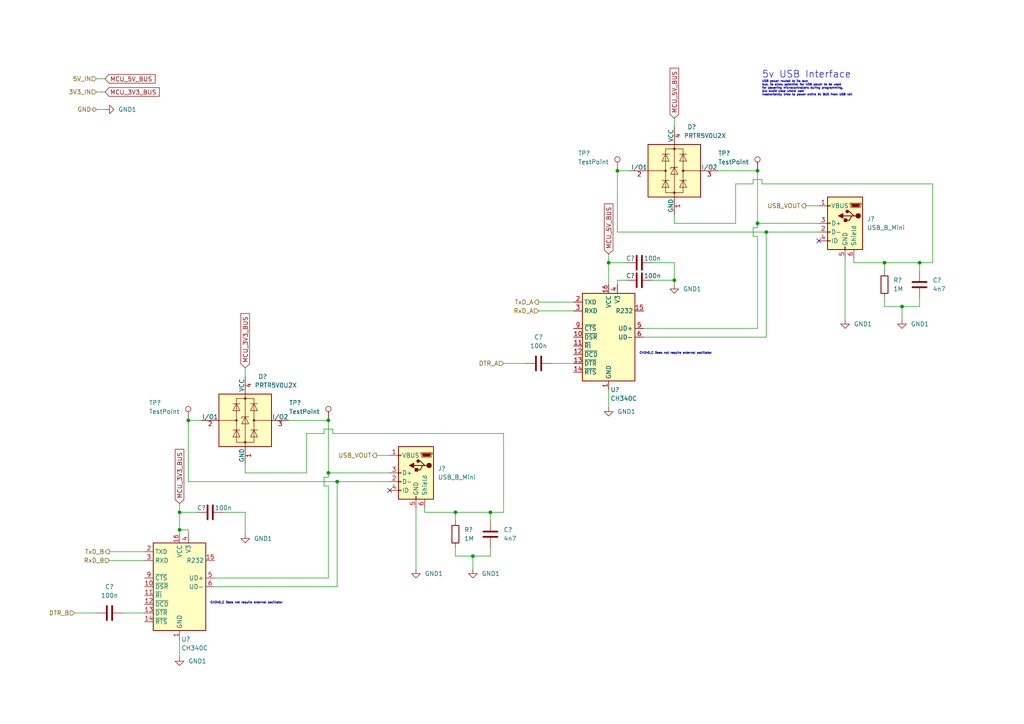
<source format=kicad_sch>
(kicad_sch (version 20211123) (generator eeschema)
  (paper "A4")
  (lib_symbols
    (symbol "000_Capacitor_film_immo:cap_film_0805" (pin_numbers hide) (pin_names (offset 0.254))
      (property "Reference" "C" (at 0.635 2.54 0))
      (property "Value" "cap_film_0805" (at 0.635 -2.54 0))
      (symbol "cap_film_0805_0_1"
        (polyline (pts (xy -2.032 -0.762) (xy 2.032 -0.762)) (stroke (width 0.508)))
        (polyline (pts (xy -2.032 0.762) (xy 2.032 0.762)) (stroke (width 0.508)))
      )
      (symbol "cap_film_0805_1_1"
        (pin passive line (at 0 3.81 270) (length 2.794) (name "~") (number "1"))
        (pin passive line (at 0 -3.81 90) (length 2.794) (name "~") (number "2"))
      )
    )
    (symbol "000_Resistors_Immo:Resistor_0805" (pin_numbers hide) (pin_names (offset 0))
      (property "Reference" "R?" (at 2.54 1.2701 0))
      (property "Value" "Resistor_0805" (at 2.54 -1.2699 0))
      (symbol "Resistor_0805_0_1"
        (rectangle (start -1.016 -2.54) (end 1.016 2.54) (stroke (width 0.254)))
      )
      (symbol "Resistor_0805_1_1"
        (pin passive line (at 0 3.81 270) (length 1.27) (name "~") (number "1"))
        (pin passive line (at 0 -3.81 90) (length 1.27) (name "~") (number "2"))
      )
    )
    (symbol "Connector:TestPoint" (pin_numbers hide) (pin_names (offset 0.762) hide)
      (property "Reference" "TP" (at 0 6.858 0))
      (property "Value" "TestPoint" (at 0 5.08 0))
      (symbol "TestPoint_0_1"
        (circle (center 0 3.302) (radius 0.762))
      )
      (symbol "TestPoint_1_1"
        (pin passive line (at 0 0 90) (length 2.54) (name "1") (number "1"))
      )
    )
    (symbol "Connector:USB_B_Mini" (pin_names (offset 1.016))
      (property "Reference" "J" (at -5.08 11.43 0))
      (property "Value" "USB_B_Mini" (at -5.08 8.89 0))
      (symbol "USB_B_Mini_0_1"
        (rectangle (start -5.08 -7.62) (end 5.08 7.62) (stroke (width 0.254)) (fill (type background)))
        (circle (center -3.81 2.159) (radius 0.635) (stroke (width 0.254)) (fill (type outline)))
        (circle (center -0.635 3.429) (radius 0.381) (stroke (width 0.254)) (fill (type outline)))
        (rectangle (start -0.127 -7.62) (end 0.127 -6.858))
        (polyline (pts (xy -1.905 2.159) (xy 0.635 2.159)) (stroke (width 0.254)))
        (polyline (pts (xy -3.175 2.159) (xy -2.54 2.159) (xy -1.27 3.429) (xy -0.635 3.429)) (stroke (width 0.254)))
        (polyline (pts (xy -2.54 2.159) (xy -1.905 2.159) (xy -1.27 0.889) (xy 0 0.889)) (stroke (width 0.254)))
        (polyline (pts (xy 0.635 2.794) (xy 0.635 1.524) (xy 1.905 2.159) (xy 0.635 2.794)) (stroke (width 0.254)) (fill (type outline)))
        (polyline (pts (xy -4.318 5.588) (xy -1.778 5.588) (xy -2.032 4.826) (xy -4.064 4.826) (xy -4.318 5.588)) (fill (type outline)))
        (polyline (pts (xy -4.699 5.842) (xy -4.699 5.588) (xy -4.445 4.826) (xy -4.445 4.572) (xy -1.651 4.572) (xy -1.651 4.826) (xy -1.397 5.588) (xy -1.397 5.842) (xy -4.699 5.842)))
        (rectangle (start 0.254 1.27) (end -0.508 0.508) (stroke (width 0.254)) (fill (type outline)))
        (rectangle (start 5.08 -5.207) (end 4.318 -4.953))
        (rectangle (start 5.08 -2.667) (end 4.318 -2.413))
        (rectangle (start 5.08 -0.127) (end 4.318 0.127))
        (rectangle (start 5.08 4.953) (end 4.318 5.207))
      )
      (symbol "USB_B_Mini_1_1"
        (pin power_out line (at 7.62 5.08 180) (length 2.54) (name "VBUS") (number "1"))
        (pin bidirectional line (at 7.62 -2.54 180) (length 2.54) (name "D-") (number "2"))
        (pin bidirectional line (at 7.62 0 180) (length 2.54) (name "D+") (number "3"))
        (pin passive line (at 7.62 -5.08 180) (length 2.54) (name "ID") (number "4"))
        (pin power_out line (at 0 -10.16 90) (length 2.54) (name "GND") (number "5"))
        (pin passive line (at -2.54 -10.16 90) (length 2.54) (name "Shield") (number "6"))
      )
    )
    (symbol "Interface_USB:CH340C"
      (property "Reference" "U" (at -5.08 13.97 0))
      (property "Value" "CH340C" (at 1.27 13.97 0))
      (symbol "CH340C_0_1"
        (rectangle (start -7.62 12.7) (end 7.62 -12.7) (stroke (width 0.254)) (fill (type background)))
      )
      (symbol "CH340C_1_1"
        (pin power_in line (at 0 -15.24 90) (length 2.54) (name "GND") (number "1"))
        (pin input line (at 10.16 0 180) (length 2.54) (name "~{DSR}") (number "10"))
        (pin input line (at 10.16 -2.54 180) (length 2.54) (name "~{RI}") (number "11"))
        (pin input line (at 10.16 -5.08 180) (length 2.54) (name "~{DCD}") (number "12"))
        (pin output line (at 10.16 -7.62 180) (length 2.54) (name "~{DTR}") (number "13"))
        (pin output line (at 10.16 -10.16 180) (length 2.54) (name "~{RTS}") (number "14"))
        (pin input line (at -10.16 7.62 0) (length 2.54) (name "R232") (number "15"))
        (pin power_in line (at 0 15.24 270) (length 2.54) (name "VCC") (number "16"))
        (pin output line (at 10.16 10.16 180) (length 2.54) (name "TXD") (number "2"))
        (pin input line (at 10.16 7.62 180) (length 2.54) (name "RXD") (number "3"))
        (pin passive line (at -2.54 15.24 270) (length 2.54) (name "V3") (number "4"))
        (pin bidirectional line (at -10.16 2.54 0) (length 2.54) (name "UD+") (number "5"))
        (pin bidirectional line (at -10.16 0 0) (length 2.54) (name "UD-") (number "6"))
        (pin no_connect line (at -7.62 -7.62 0) (length 2.54) hide (name "NC") (number "7"))
        (pin no_connect line (at -7.62 -10.16 0) (length 2.54) hide (name "NC") (number "8"))
        (pin input line (at 10.16 2.54 180) (length 2.54) (name "~{CTS}") (number "9"))
      )
    )
    (symbol "Power_Protection:PRTR5V0U2X" (pin_names (offset 0))
      (property "Reference" "D" (at 2.794 8.636 0))
      (property "Value" "PRTR5V0U2X" (at 8.128 -9.398 0))
      (symbol "PRTR5V0U2X_0_1"
        (rectangle (start -7.62 -7.62) (end 7.62 7.62) (stroke (width 0.254)) (fill (type background)))
        (circle (center -2.54 0) (radius 0.254) (fill (type outline)))
        (rectangle (start -2.54 6.35) (end 2.54 -6.35))
        (circle (center 0 -6.35) (radius 0.254) (fill (type outline)))
        (polyline (pts (xy -2.54 0) (xy -7.62 0)))
        (polyline (pts (xy -1.524 -2.794) (xy -3.556 -2.794)))
        (polyline (pts (xy -1.524 4.826) (xy -3.556 4.826)))
        (polyline (pts (xy 0 -7.62) (xy 0 7.62)))
        (polyline (pts (xy 1.524 -2.794) (xy 3.556 -2.794)))
        (polyline (pts (xy 1.524 4.826) (xy 3.556 4.826)))
        (polyline (pts (xy 2.54 0) (xy 7.62 0)))
        (polyline (pts (xy 1.016 1.016) (xy -1.016 1.016) (xy -1.016 0.508)))
        (polyline (pts (xy -3.556 -4.826) (xy -1.524 -4.826) (xy -2.54 -2.794) (xy -3.556 -4.826)))
        (polyline (pts (xy -3.556 2.794) (xy -1.524 2.794) (xy -2.54 4.826) (xy -3.556 2.794)))
        (polyline (pts (xy -1.016 -1.016) (xy 1.016 -1.016) (xy 0 1.016) (xy -1.016 -1.016)))
        (polyline (pts (xy 3.556 -4.826) (xy 1.524 -4.826) (xy 2.54 -2.794) (xy 3.556 -4.826)))
        (polyline (pts (xy 3.556 2.794) (xy 1.524 2.794) (xy 2.54 4.826) (xy 3.556 2.794)))
        (circle (center 0 6.35) (radius 0.254) (fill (type outline)))
        (circle (center 2.54 0) (radius 0.254) (fill (type outline)))
      )
      (symbol "PRTR5V0U2X_1_1"
        (pin passive line (at 0 -12.7 90) (length 5.08) (name "GND") (number "1"))
        (pin passive line (at -12.7 0 0) (length 5.08) (name "I/O1") (number "2"))
        (pin passive line (at 12.7 0 180) (length 5.08) (name "I/O2") (number "3"))
        (pin passive line (at 0 12.7 270) (length 5.08) (name "VCC") (number "4"))
      )
    )
    (symbol "power:GND1" (power) (pin_names (offset 0))
      (property "Value" "GND1" (at 0 -3.81 0))
      (symbol "GND1_0_1"
        (polyline (pts (xy 0 0) (xy 0 -1.27) (xy 1.27 -1.27) (xy 0 -2.54) (xy -1.27 -1.27) (xy 0 -1.27)))
      )
      (symbol "GND1_1_1"
        (pin power_in line (at 0 0 270) (length 0) hide (name "GND1") (number "1"))
      )
    )
  )
  (junction (at 219.71 49.53))
  (junction (at 95.25 137.16))
  (junction (at 222.25 67.31))
  (junction (at 256.54 76.2))
  (junction (at 132.08 148.59))
  (junction (at 176.53 76.2))
  (junction (at 261.62 88.9))
  (junction (at 266.7 76.2))
  (junction (at 52.07 153.67))
  (junction (at 179.07 49.53))
  (junction (at 142.24 148.59))
  (junction (at 95.25 121.92))
  (junction (at 97.79 139.7))
  (junction (at 195.58 81.28))
  (junction (at 219.71 64.77))
  (junction (at 137.16 161.29))
  (junction (at 52.07 148.59))
  (junction (at 54.61 121.92))
  (no_connect (at 113.03 142.24))
  (no_connect (at 237.49 69.85))
  (wire (pts (xy 208.28 49.53) (xy 219.71 49.53)))
  (wire (pts (xy 71.12 137.16) (xy 88.9 137.16)))
  (wire (pts (xy 218.44 52.07) (xy 220.98 52.07)))
  (wire (pts (xy 132.08 148.59) (xy 142.24 148.59)))
  (wire (pts (xy 256.54 76.2) (xy 266.7 76.2)))
  (wire (pts (xy 176.53 76.2) (xy 176.53 82.55)))
  (wire (pts (xy 21.59 177.8) (xy 27.94 177.8)))
  (wire (pts (xy 218.44 68.58) (xy 218.44 66.04)))
  (wire (pts (xy 96.52 125.73) (xy 146.05 125.73)))
  (wire (pts (xy 54.61 154.94) (xy 54.61 153.67)))
  (wire (pts (xy 160.02 105.41) (xy 166.37 105.41)))
  (wire (pts (xy 195.58 34.29) (xy 195.58 36.83)))
  (wire (pts (xy 219.71 64.77) (xy 237.49 64.77)))
  (wire (pts (xy 88.9 125.73) (xy 93.98 125.73)))
  (wire (pts (xy 62.23 170.18) (xy 97.79 170.18)))
  (wire (pts (xy 195.58 76.2) (xy 189.23 76.2)))
  (wire (pts (xy 195.58 81.28) (xy 189.23 81.28)))
  (wire (pts (xy 156.21 90.17) (xy 166.37 90.17)))
  (wire (pts (xy 31.75 160.02) (xy 41.91 160.02)))
  (wire (pts (xy 179.07 81.28) (xy 181.61 81.28)))
  (wire (pts (xy 146.05 125.73) (xy 146.05 148.59)))
  (wire (pts (xy 52.07 153.67) (xy 52.07 154.94)))
  (wire (pts (xy 95.25 121.92) (xy 95.25 137.16)))
  (wire (pts (xy 213.36 64.77) (xy 213.36 53.34)))
  (wire (pts (xy 179.07 67.31) (xy 222.25 67.31)))
  (wire (pts (xy 123.19 148.59) (xy 123.19 147.32)))
  (wire (pts (xy 95.25 137.16) (xy 113.03 137.16)))
  (wire (pts (xy 219.71 68.58) (xy 218.44 68.58)))
  (wire (pts (xy 156.21 87.63) (xy 166.37 87.63)))
  (wire (pts (xy 71.12 134.62) (xy 71.12 137.16)))
  (wire (pts (xy 218.44 66.04) (xy 219.71 66.04)))
  (wire (pts (xy 113.03 139.7) (xy 97.79 139.7)))
  (wire (pts (xy 266.7 76.2) (xy 266.7 78.74)))
  (wire (pts (xy 245.11 74.93) (xy 245.11 92.71)))
  (wire (pts (xy 247.65 76.2) (xy 256.54 76.2)))
  (wire (pts (xy 52.07 146.05) (xy 52.07 148.59)))
  (wire (pts (xy 71.12 106.68) (xy 71.12 109.22)))
  (wire (pts (xy 93.98 138.43) (xy 95.25 138.43)))
  (wire (pts (xy 142.24 161.29) (xy 137.16 161.29)))
  (wire (pts (xy 186.69 97.79) (xy 222.25 97.79)))
  (wire (pts (xy 270.51 53.34) (xy 270.51 76.2)))
  (wire (pts (xy 195.58 62.23) (xy 195.58 64.77)))
  (wire (pts (xy 27.94 22.86) (xy 30.48 22.86)))
  (wire (pts (xy 54.61 139.7) (xy 97.79 139.7)))
  (wire (pts (xy 179.07 67.31) (xy 179.07 49.53)))
  (wire (pts (xy 219.71 66.04) (xy 219.71 64.77)))
  (wire (pts (xy 176.53 76.2) (xy 181.61 76.2)))
  (wire (pts (xy 222.25 97.79) (xy 222.25 67.31)))
  (wire (pts (xy 237.49 67.31) (xy 222.25 67.31)))
  (wire (pts (xy 220.98 53.34) (xy 270.51 53.34)))
  (wire (pts (xy 137.16 161.29) (xy 137.16 165.1)))
  (wire (pts (xy 93.98 124.46) (xy 96.52 124.46)))
  (wire (pts (xy 186.69 95.25) (xy 219.71 95.25)))
  (wire (pts (xy 142.24 158.75) (xy 142.24 161.29)))
  (wire (pts (xy 195.58 81.28) (xy 195.58 76.2)))
  (wire (pts (xy 266.7 76.2) (xy 270.51 76.2)))
  (wire (pts (xy 266.7 86.36) (xy 266.7 88.9)))
  (wire (pts (xy 120.65 147.32) (xy 120.65 165.1)))
  (wire (pts (xy 233.68 59.69) (xy 237.49 59.69)))
  (wire (pts (xy 176.53 113.03) (xy 176.53 118.11)))
  (wire (pts (xy 179.07 82.55) (xy 179.07 81.28)))
  (wire (pts (xy 132.08 158.75) (xy 132.08 161.29)))
  (wire (pts (xy 95.25 167.64) (xy 95.25 140.97)))
  (wire (pts (xy 54.61 121.92) (xy 58.42 121.92)))
  (wire (pts (xy 109.22 132.08) (xy 113.03 132.08)))
  (wire (pts (xy 93.98 140.97) (xy 93.98 138.43)))
  (wire (pts (xy 71.12 148.59) (xy 64.77 148.59)))
  (wire (pts (xy 71.12 148.59) (xy 71.12 154.94)))
  (wire (pts (xy 96.52 124.46) (xy 96.52 125.73)))
  (wire (pts (xy 88.9 137.16) (xy 88.9 125.73)))
  (wire (pts (xy 93.98 125.73) (xy 93.98 124.46)))
  (wire (pts (xy 218.44 53.34) (xy 218.44 52.07)))
  (wire (pts (xy 95.25 140.97) (xy 93.98 140.97)))
  (wire (pts (xy 261.62 88.9) (xy 256.54 88.9)))
  (wire (pts (xy 195.58 64.77) (xy 213.36 64.77)))
  (wire (pts (xy 123.19 148.59) (xy 132.08 148.59)))
  (wire (pts (xy 176.53 73.66) (xy 176.53 76.2)))
  (wire (pts (xy 213.36 53.34) (xy 218.44 53.34)))
  (wire (pts (xy 97.79 170.18) (xy 97.79 139.7)))
  (wire (pts (xy 261.62 88.9) (xy 261.62 92.71)))
  (wire (pts (xy 52.07 185.42) (xy 52.07 190.5)))
  (wire (pts (xy 62.23 167.64) (xy 95.25 167.64)))
  (wire (pts (xy 219.71 49.53) (xy 219.71 64.77)))
  (wire (pts (xy 220.98 52.07) (xy 220.98 53.34)))
  (wire (pts (xy 52.07 148.59) (xy 57.15 148.59)))
  (wire (pts (xy 54.61 139.7) (xy 54.61 121.92)))
  (wire (pts (xy 142.24 148.59) (xy 142.24 151.13)))
  (wire (pts (xy 247.65 76.2) (xy 247.65 74.93)))
  (wire (pts (xy 256.54 86.36) (xy 256.54 88.9)))
  (wire (pts (xy 256.54 76.2) (xy 256.54 78.74)))
  (wire (pts (xy 266.7 88.9) (xy 261.62 88.9)))
  (wire (pts (xy 132.08 148.59) (xy 132.08 151.13)))
  (wire (pts (xy 27.94 31.75) (xy 30.48 31.75)))
  (wire (pts (xy 179.07 49.53) (xy 182.88 49.53)))
  (wire (pts (xy 35.56 177.8) (xy 41.91 177.8)))
  (wire (pts (xy 52.07 153.67) (xy 54.61 153.67)))
  (wire (pts (xy 83.82 121.92) (xy 95.25 121.92)))
  (wire (pts (xy 137.16 161.29) (xy 132.08 161.29)))
  (wire (pts (xy 142.24 148.59) (xy 146.05 148.59)))
  (wire (pts (xy 146.05 105.41) (xy 152.4 105.41)))
  (wire (pts (xy 31.75 162.56) (xy 41.91 162.56)))
  (wire (pts (xy 195.58 82.55) (xy 195.58 81.28)))
  (wire (pts (xy 52.07 148.59) (xy 52.07 153.67)))
  (wire (pts (xy 95.25 138.43) (xy 95.25 137.16)))
  (wire (pts (xy 219.71 95.25) (xy 219.71 68.58)))
  (wire (pts (xy 27.94 26.67) (xy 30.48 26.67)))
  (text "CH340_C Does not require external oscillator" (at 60.96 175.26 0) (effects (font (size 0.6 0.6)) (justify left bottom)))
  (text "CH340_C Does not require external oscillator" (at 185.42 102.87 0) (effects (font (size 0.6 0.6)) (justify left bottom)))
  (text "USB power routed to its own\nbus, to allow potential for USB power to be used\nfor powering microcontrollers during programming, \nbut avoid case where user\ninadvertently tries to power entire 5v BUS from USB rail" (at 220.98 27.94 0) (effects (font (size 0.6 0.6)) (justify left bottom)))
  (text "5v USB Interface" (at 220.98 22.86 0) (effects (font (size 2 2)) (justify left bottom)))
  (global_label "MCU_5V_BUS" (shape input) (at 30.48 22.86 0) (property "Intersheet References" "${INTERSHEET_REFS}" (effects hide)))
  (global_label "MCU_3V3_BUS" (shape input) (at 30.48 26.67 0) (property "Intersheet References" "${INTERSHEET_REFS}" (effects hide)))
  (global_label "MCU_5V_BUS" (shape input) (at 176.53 73.66 90) (property "Intersheet References" "${INTERSHEET_REFS}" (effects hide)))
  (global_label "MCU_5V_BUS" (shape input) (at 195.58 34.29 90) (property "Intersheet References" "${INTERSHEET_REFS}" (effects hide)))
  (global_label "MCU_3V3_BUS" (shape input) (at 71.12 106.68 90) (property "Intersheet References" "${INTERSHEET_REFS}" (effects hide)))
  (global_label "MCU_3V3_BUS" (shape input) (at 52.07 146.05 90) (property "Intersheet References" "${INTERSHEET_REFS}" (effects hide)))
  (hierarchical_label "TxD_A" (shape output) (at 156.21 87.63 180))
  (hierarchical_label "RxD_B" (shape input) (at 31.75 162.56 180))
  (hierarchical_label "5V_IN" (shape input) (at 27.94 22.86 180))
  (hierarchical_label "TxD_B" (shape output) (at 31.75 160.02 180))
  (hierarchical_label "USB_VOUT" (shape output) (at 109.22 132.08 180))
  (hierarchical_label "USB_VOUT" (shape output) (at 233.68 59.69 180))
  (hierarchical_label "3V3_IN" (shape input) (at 27.94 26.67 180))
  (hierarchical_label "DTR_B" (shape input) (at 21.59 177.8 180))
  (hierarchical_label "RxD_A" (shape input) (at 156.21 90.17 180))
  (hierarchical_label "GND" (shape bidirectional) (at 27.94 31.75 180))
  (hierarchical_label "DTR_A" (shape input) (at 146.05 105.41 180))
  (symbol (lib_id "power:GND1") (at 195.58 82.55 0) (unit 1)
    (property "Reference" "#PWR?" (effects hide))
    (property "Value" "GND1" (at 198.12 83.8199 0) (effects (justify left)))
  )
  (symbol (lib_id "000_Capacitor_film_immo:cap_film_0805") (at 156.21 105.41 90) (unit 1)
    (property "Reference" "C?" (at 156.21 97.79 90))
    (property "Value" "100n" (at 156.21 100.33 90))
    (property "Footprint" "Capacitor_SMD:C_0805_2012Metric_Pad1.18x1.45mm_HandSolder" (effects hide))
  )
  (symbol (lib_id "power:GND1") (at 71.12 154.94 0) (unit 1)
    (property "Reference" "#PWR?" (effects hide))
    (property "Value" "GND1" (at 73.66 156.2099 0) (effects (justify left)))
  )
  (symbol (lib_id "power:GND1") (at 30.48 31.75 90) (unit 1)
    (property "Reference" "#PWR?" (effects hide))
    (property "Value" "GND1" (at 34.29 31.7499 90) (effects (justify right)))
  )
  (symbol (lib_id "000_Capacitor_film_immo:cap_film_0805") (at 185.42 81.28 90) (unit 1)
    (property "Reference" "C?" (at 182.88 80.01 90))
    (property "Value" "100n" (at 189.23 80.01 90))
    (property "Footprint" "Capacitor_SMD:C_0805_2012Metric_Pad1.18x1.45mm_HandSolder" (effects hide))
  )
  (symbol (lib_id "Connector:TestPoint") (at 219.71 49.53 0) (unit 1)
    (property "Reference" "TP?" (at 208.28 44.45 0) (effects (justify left)))
    (property "Value" "TestPoint" (at 208.28 46.99 0) (effects (justify left)))
  )
  (symbol (lib_id "Power_Protection:PRTR5V0U2X") (at 195.58 49.53 0) (unit 1)
    (property "Reference" "D?" (at 200.66 36.83 0))
    (property "Value" "PRTR5V0U2X" (at 204.47 39.37 0))
    (property "Footprint" "Package_TO_SOT_SMD:SOT-143" (effects hide))
    (property "Datasheet" "https://assets.nexperia.com/documents/data-sheet/PRTR5V0U2X.pdf" (effects hide))
  )
  (symbol (lib_id "Connector:TestPoint") (at 95.25 121.92 0) (unit 1)
    (property "Reference" "TP?" (at 83.82 116.84 0) (effects (justify left)))
    (property "Value" "TestPoint" (at 83.82 119.38 0) (effects (justify left)))
  )
  (symbol (lib_id "Connector:TestPoint") (at 54.61 121.92 0) (unit 1)
    (property "Reference" "TP?" (at 43.18 116.84 0) (effects (justify left)))
    (property "Value" "TestPoint" (at 43.18 119.38 0) (effects (justify left)))
  )
  (symbol (lib_id "000_Resistors_Immo:Resistor_0805") (at 256.54 82.55 0) (unit 1)
    (property "Reference" "R?" (at 259.08 81.2799 0) (effects (justify left)))
    (property "Value" "1M" (at 259.08 83.82 0) (effects (justify left)))
    (property "Footprint" "Resistor_SMD:R_0805_2012Metric_Pad1.20x1.40mm_HandSolder" (effects hide))
  )
  (symbol (lib_id "Power_Protection:PRTR5V0U2X") (at 71.12 121.92 0) (unit 1)
    (property "Reference" "D?" (at 76.2 109.22 0))
    (property "Value" "PRTR5V0U2X" (at 80.01 111.76 0))
    (property "Footprint" "Package_TO_SOT_SMD:SOT-143" (effects hide))
    (property "Datasheet" "https://assets.nexperia.com/documents/data-sheet/PRTR5V0U2X.pdf" (effects hide))
  )
  (symbol (lib_id "000_Capacitor_film_immo:cap_film_0805") (at 31.75 177.8 90) (unit 1)
    (property "Reference" "C?" (at 31.75 170.18 90))
    (property "Value" "100n" (at 31.75 172.72 90))
    (property "Footprint" "Capacitor_SMD:C_0805_2012Metric_Pad1.18x1.45mm_HandSolder" (effects hide))
  )
  (symbol (lib_id "power:GND1") (at 120.65 165.1 0) (unit 1)
    (property "Reference" "#PWR?" (effects hide))
    (property "Value" "GND1" (at 123.19 166.3699 0) (effects (justify left)))
  )
  (symbol (lib_id "power:GND1") (at 245.11 92.71 0) (unit 1)
    (property "Reference" "#PWR?" (effects hide))
    (property "Value" "GND1" (at 247.65 93.9799 0) (effects (justify left)))
  )
  (symbol (lib_id "Interface_USB:CH340C") (at 52.07 170.18 0) (mirror y) (unit 1)
    (property "Reference" "U?" (at 52.5906 185.42 0) (effects (justify right)))
    (property "Value" "CH340C" (at 52.5906 187.96 0) (effects (justify right)))
    (property "Footprint" "Package_SO:SOIC-16_3.9x9.9mm_P1.27mm" (effects hide))
    (property "Datasheet" "https://datasheet.lcsc.com/szlcsc/Jiangsu-Qin-Heng-CH340C_C84681.pdf" (effects hide))
  )
  (symbol (lib_id "Connector:TestPoint") (at 179.07 49.53 0) (unit 1)
    (property "Reference" "TP?" (at 167.64 44.45 0) (effects (justify left)))
    (property "Value" "TestPoint" (at 167.64 46.99 0) (effects (justify left)))
  )
  (symbol (lib_id "power:GND1") (at 52.07 190.5 0) (unit 1)
    (property "Reference" "#PWR?" (effects hide))
    (property "Value" "GND1" (at 54.61 191.7699 0) (effects (justify left)))
  )
  (symbol (lib_id "Connector:USB_B_Mini") (at 245.11 64.77 0) (mirror y) (unit 1)
    (property "Reference" "J?" (at 251.46 63.4999 0) (effects (justify right)))
    (property "Value" "USB_B_Mini" (at 251.46 66.0399 0) (effects (justify right)))
  )
  (symbol (lib_id "000_Capacitor_film_immo:cap_film_0805") (at 266.7 82.55 180) (unit 1)
    (property "Reference" "C?" (at 270.51 81.2799 0) (effects (justify right)))
    (property "Value" "4n7" (at 270.51 83.8199 0) (effects (justify right)))
    (property "Footprint" "Capacitor_SMD:C_0805_2012Metric_Pad1.18x1.45mm_HandSolder" (effects hide))
  )
  (symbol (lib_id "000_Resistors_Immo:Resistor_0805") (at 132.08 154.94 0) (unit 1)
    (property "Reference" "R?" (at 134.62 153.6699 0) (effects (justify left)))
    (property "Value" "1M" (at 134.62 156.21 0) (effects (justify left)))
    (property "Footprint" "Resistor_SMD:R_0805_2012Metric_Pad1.20x1.40mm_HandSolder" (effects hide))
  )
  (symbol (lib_id "power:GND1") (at 176.53 118.11 0) (unit 1)
    (property "Reference" "#PWR?" (effects hide))
    (property "Value" "GND1" (at 179.07 119.3799 0) (effects (justify left)))
  )
  (symbol (lib_id "power:GND1") (at 261.62 92.71 0) (unit 1)
    (property "Reference" "#PWR?" (effects hide))
    (property "Value" "GND1" (at 264.16 93.9799 0) (effects (justify left)))
  )
  (symbol (lib_id "Interface_USB:CH340C") (at 176.53 97.79 0) (mirror y) (unit 1)
    (property "Reference" "U?" (at 177.0506 113.03 0) (effects (justify right)))
    (property "Value" "CH340C" (at 177.0506 115.57 0) (effects (justify right)))
    (property "Footprint" "Package_SO:SOIC-16_3.9x9.9mm_P1.27mm" (effects hide))
    (property "Datasheet" "https://datasheet.lcsc.com/szlcsc/Jiangsu-Qin-Heng-CH340C_C84681.pdf" (effects hide))
  )
  (symbol (lib_id "000_Capacitor_film_immo:cap_film_0805") (at 185.42 76.2 90) (unit 1)
    (property "Reference" "C?" (at 182.88 74.93 90))
    (property "Value" "100n" (at 189.23 74.93 90))
    (property "Footprint" "Capacitor_SMD:C_0805_2012Metric_Pad1.18x1.45mm_HandSolder" (effects hide))
  )
  (symbol (lib_id "000_Capacitor_film_immo:cap_film_0805") (at 142.24 154.94 180) (unit 1)
    (property "Reference" "C?" (at 146.05 153.6699 0) (effects (justify right)))
    (property "Value" "4n7" (at 146.05 156.2099 0) (effects (justify right)))
    (property "Footprint" "Capacitor_SMD:C_0805_2012Metric_Pad1.18x1.45mm_HandSolder" (effects hide))
  )
  (symbol (lib_id "Connector:USB_B_Mini") (at 120.65 137.16 0) (mirror y) (unit 1)
    (property "Reference" "J?" (at 127 135.8899 0) (effects (justify right)))
    (property "Value" "USB_B_Mini" (at 127 138.4299 0) (effects (justify right)))
  )
  (symbol (lib_id "000_Capacitor_film_immo:cap_film_0805") (at 60.96 148.59 90) (unit 1)
    (property "Reference" "C?" (at 58.42 147.32 90))
    (property "Value" "100n" (at 64.77 147.32 90))
    (property "Footprint" "Capacitor_SMD:C_0805_2012Metric_Pad1.18x1.45mm_HandSolder" (effects hide))
  )
  (symbol (lib_id "power:GND1") (at 137.16 165.1 0) (unit 1)
    (property "Reference" "#PWR?" (effects hide))
    (property "Value" "GND1" (at 139.7 166.3699 0) (effects (justify left)))
  )
)
</source>
